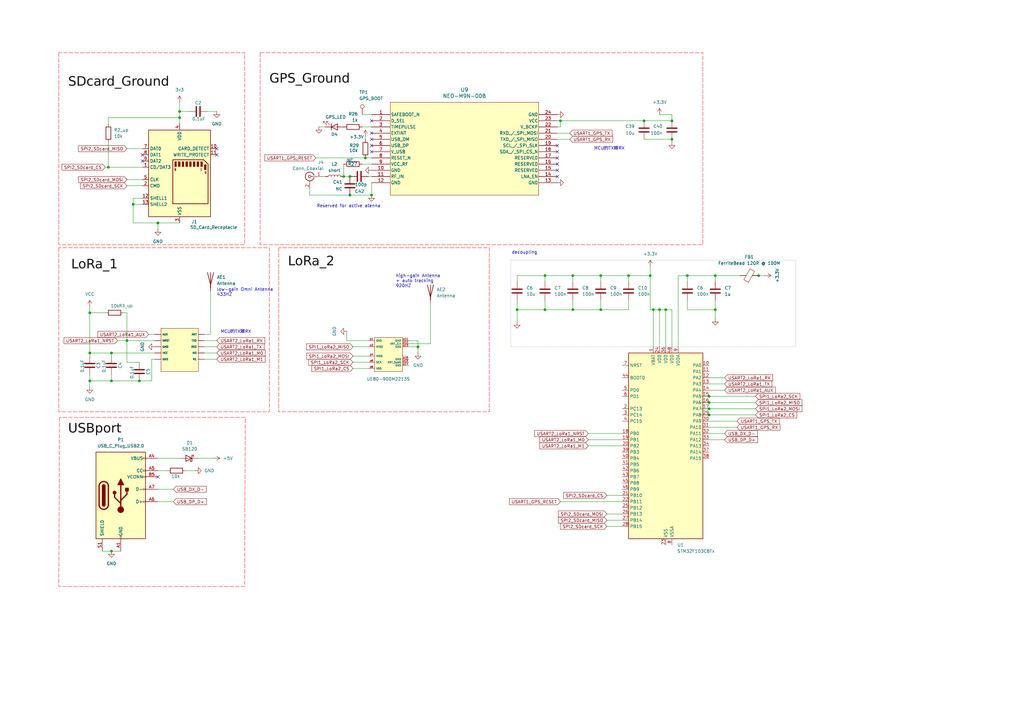
<source format=kicad_sch>
(kicad_sch (version 20250114) (generator "eeschema") (generator_version "9.0")
  (paper "A3")
  (lib_symbols
    (symbol "A_library:NEO-M9N-00B" (pin_names (offset 0.254))
      (property "Reference" "U" (at 38.1 10.16 0))
      (property "Value" "NEO-M9N-00B" (at 38.1 7.62 0))
      (symbol "NEO-M9N-00B_0_1"
        (pin unspecified line (at 0 0 0) (length 7.62) (name "SAFEBOOT_N") (number "1"))
        (pin unspecified line (at 0 -2.54 0) (length 7.62) (name "D_SEL") (number "2"))
        (pin unspecified line (at 0 -5.08 0) (length 7.62) (name "TIMEPULSE") (number "3"))
        (pin unspecified line (at 0 -7.62 0) (length 7.62) (name "EXTINT") (number "4"))
        (pin unspecified line (at 0 -10.16 0) (length 7.62) (name "USB_DM") (number "5"))
        (pin unspecified line (at 0 -12.7 0) (length 7.62) (name "USB_DP") (number "6"))
        (pin unspecified line (at 0 -15.24 0) (length 7.62) (name "V_USB") (number "7"))
        (pin unspecified line (at 0 -17.78 0) (length 7.62) (name "RESET_N") (number "8"))
        (pin power_in line (at 0 -20.32 0) (length 7.62) (name "VCC_RF") (number "9"))
        (pin power_out line (at 0 -22.86 0) (length 7.62) (name "GND") (number "10"))
        (pin unspecified line (at 0 -25.4 0) (length 7.62) (name "RF_IN") (number "11"))
        (pin power_out line (at 0 -27.94 0) (length 7.62) (name "GND") (number "12"))
        (pin power_out line (at 76.2 0 180) (length 7.62) (name "GND") (number "24"))
        (pin power_in line (at 76.2 -2.54 180) (length 7.62) (name "VCC") (number "23"))
        (pin unspecified line (at 76.2 -5.08 180) (length 7.62) (name "V_BCKP") (number "22"))
        (pin unspecified line (at 76.2 -7.62 180) (length 7.62) (name "RXD_/_SPI_MOSI") (number "21"))
        (pin unspecified line (at 76.2 -10.16 180) (length 7.62) (name "TXD_/_SPI_MISO") (number "20"))
        (pin unspecified line (at 76.2 -12.7 180) (length 7.62) (name "SCL_/_SPI_SLK") (number "19"))
        (pin unspecified line (at 76.2 -15.24 180) (length 7.62) (name "SDA_/_SPI_CS_N") (number "18"))
        (pin unspecified line (at 76.2 -17.78 180) (length 7.62) (name "RESERVED") (number "17"))
        (pin unspecified line (at 76.2 -20.32 180) (length 7.62) (name "RESERVED") (number "16"))
        (pin unspecified line (at 76.2 -22.86 180) (length 7.62) (name "RESERVED") (number "15"))
        (pin unspecified line (at 76.2 -25.4 180) (length 7.62) (name "LNA_EN") (number "14"))
        (pin power_out line (at 76.2 -27.94 180) (length 7.62) (name "GND") (number "13"))
      )
    )
    (symbol "Connector:Conn_Coaxial" (pin_names (offset 1.016) (hide yes))
      (property "Reference" "J" (at 0.254 3.048 0))
      (property "Value" "Conn_Coaxial" (at 2.921 0 90))
      (symbol "Conn_Coaxial_1_1"
        (pin passive line (at -5.08 0 0) (length 2.54) (name "In") (number "1"))
        (pin passive line (at 0 -5.08 90) (length 2.54) (name "Ext") (number "2"))
      )
    )
    (symbol "Connector:SD_Card_Receptacle"
      (property "Reference" "J" (at -11.938 19.304 0))
      (property "Value" "SD_Card_Receptacle" (at 10.922 -19.558 0))
      (symbol "SD_Card_Receptacle_1_1"
        (text "8" (at -1.778 1.524 0) (effects (font (size 0.9 0.9))))
        (text "1" (at 8.89 1.524 0) (effects (font (size 0.9 0.9))))
        (text "9" (at 10.668 0.254 0) (effects (font (size 0.9 0.9))))
        (pin bidirectional line (at -15.24 10.16 0) (length 2.54) (name "DAT0") (number "7"))
        (pin bidirectional line (at -15.24 7.62 0) (length 2.54) (name "DAT1") (number "8"))
        (pin bidirectional line (at -15.24 5.08 0) (length 2.54) (name "DAT2") (number "9"))
        (pin bidirectional line (at -15.24 2.54 0) (length 2.54) (name "CD/DAT3") (number "1"))
        (pin input line (at -15.24 -2.54 0) (length 2.54) (name "CLK") (number "5"))
        (pin bidirectional line (at -15.24 -5.08 0) (length 2.54) (name "CMD") (number "2"))
        (pin passive line (at -15.24 -10.16 0) (length 2.54) (name "SHELL1") (number "12"))
        (pin passive line (at -15.24 -12.7 0) (length 2.54) (name "SHELL2") (number "13"))
        (pin power_in line (at 0 20.32 270) (length 2.54) (name "VDD") (number "4"))
        (pin power_in line (at 0 -20.32 90) (length 2.54) (name "VSS") (number "3"))
        (pin passive line (at 0 -20.32 90) (length 2.54) (hide yes) (name "VSS") (number "6"))
        (pin output line (at 15.24 10.16 180) (length 2.54) (name "CARD_DETECT") (number "10"))
        (pin output line (at 15.24 7.62 180) (length 2.54) (name "WRITE_PROTECT") (number "11"))
      )
    )
    (symbol "Connector:TestPoint" (pin_numbers (hide yes)) (pin_names (offset 0.762) (hide yes))
      (property "Reference" "TP" (at 0 6.858 0))
      (property "Value" "TestPoint" (at 0 5.08 0))
      (symbol "TestPoint_1_1"
        (pin passive line (at 0 0 90) (length 2.54) (name "1") (number "1"))
      )
    )
    (symbol "Connector:USB_C_Plug_USB2.0" (pin_names (offset 1.016))
      (property "Reference" "P" (at -10.16 19.05 0))
      (property "Value" "USB_C_Plug_USB2.0" (at 12.7 19.05 0))
      (symbol "USB_C_Plug_USB2.0_1_1"
        (pin passive line (at -7.62 -22.86 90) (length 5.08) (name "SHIELD") (number "S1"))
        (pin passive line (at 0 -22.86 90) (length 5.08) (name "GND") (number "A1"))
        (pin passive line (at 0 -22.86 90) (length 5.08) (hide yes) (name "GND") (number "A12"))
        (pin passive line (at 0 -22.86 90) (length 5.08) (hide yes) (name "GND") (number "B1"))
        (pin passive line (at 0 -22.86 90) (length 5.08) (hide yes) (name "GND") (number "B12"))
        (pin passive line (at 15.24 15.24 180) (length 5.08) (name "VBUS") (number "A4"))
        (pin passive line (at 15.24 15.24 180) (length 5.08) (hide yes) (name "VBUS") (number "A9"))
        (pin passive line (at 15.24 15.24 180) (length 5.08) (hide yes) (name "VBUS") (number "B4"))
        (pin passive line (at 15.24 15.24 180) (length 5.08) (hide yes) (name "VBUS") (number "B9"))
        (pin bidirectional line (at 15.24 10.16 180) (length 5.08) (name "CC") (number "A5"))
        (pin bidirectional line (at 15.24 7.62 180) (length 5.08) (name "VCONN") (number "B5"))
        (pin bidirectional line (at 15.24 2.54 180) (length 5.08) (name "D-") (number "A7"))
        (pin bidirectional line (at 15.24 -2.54 180) (length 5.08) (name "D+") (number "A6"))
      )
    )
    (symbol "Device:Antenna" (pin_numbers (hide yes)) (pin_names (offset 1.016) (hide yes))
      (property "Reference" "AE" (at -1.905 1.905 0))
      (property "Value" "Antenna" (at -1.905 0 0))
      (symbol "Antenna_1_1"
        (pin input line (at 0 -5.08 90) (length 2.54) (name "A") (number "1"))
      )
    )
    (symbol "Device:C" (pin_numbers (hide yes)) (pin_names (offset 0.254))
      (property "Reference" "C" (at 0.635 2.54 0))
      (property "Value" "C" (at 0.635 -2.54 0))
      (symbol "C_1_1"
        (pin passive line (at 0 3.81 270) (length 2.794) (name "~") (number "1"))
        (pin passive line (at 0 -3.81 90) (length 2.794) (name "~") (number "2"))
      )
    )
    (symbol "Device:FerriteBead" (pin_numbers (hide yes)) (pin_names (offset 0))
      (property "Reference" "FB" (at -3.81 0.635 90))
      (property "Value" "FerriteBead" (at 3.81 0 90))
      (symbol "FerriteBead_1_1"
        (pin passive line (at 0 3.81 270) (length 2.54) (name "~") (number "1"))
        (pin passive line (at 0 -3.81 90) (length 2.54) (name "~") (number "2"))
      )
    )
    (symbol "Device:L" (pin_numbers (hide yes)) (pin_names (offset 1.016) (hide yes))
      (property "Reference" "L" (at -1.27 0 90))
      (property "Value" "L" (at 1.905 0 90))
      (symbol "L_1_1"
        (pin passive line (at 0 3.81 270) (length 1.27) (name "1") (number "1"))
        (pin passive line (at 0 -3.81 90) (length 1.27) (name "2") (number "2"))
      )
    )
    (symbol "Device:LED" (pin_numbers (hide yes)) (pin_names (offset 1.016) (hide yes))
      (property "Reference" "D" (at 0 2.54 0))
      (property "Value" "LED" (at 0 -2.54 0))
      (symbol "LED_1_1"
        (pin passive line (at -3.81 0 0) (length 2.54) (name "K") (number "1"))
        (pin passive line (at 3.81 0 180) (length 2.54) (name "A") (number "2"))
      )
    )
    (symbol "Device:R" (pin_numbers (hide yes)) (pin_names (offset 0))
      (property "Reference" "R" (at 2.032 0 90))
      (property "Value" "R" (at 0 0 90))
      (symbol "R_1_1"
        (pin passive line (at 0 3.81 270) (length 1.27) (name "~") (number "1"))
        (pin passive line (at 0 -3.81 90) (length 1.27) (name "~") (number "2"))
      )
    )
    (symbol "Diode:SB120" (pin_numbers (hide yes)) (pin_names (offset 1.016) (hide yes))
      (property "Reference" "D" (at 0 2.54 0))
      (property "Value" "SB120" (at 0 -2.54 0))
      (symbol "SB120_1_1"
        (pin passive line (at -3.81 0 0) (length 2.54) (name "K") (number "1"))
        (pin passive line (at 3.81 0 180) (length 2.54) (name "A") (number "2"))
      )
    )
    (symbol "E22-400T30S_new:E22-400T30S"
      (symbol "E22-400T30S_1_1"
        (pin input line (at 8.89 -5.08 0) (length 2.54) (name "AUX") (number ""))
        (pin input line (at 8.89 -7.62 0) (length 2.54) (name "NRST") (number ""))
        (pin input line (at 8.89 -10.16 0) (length 2.54) (name "GMD") (number ""))
        (pin input line (at 8.89 -12.7 0) (length 2.54) (name "VCC") (number ""))
        (pin input line (at 8.89 -15.24 0) (length 2.54) (name "GND") (number ""))
        (pin input line (at 29.21 -5.08 180) (length 2.54) (name "ANT") (number ""))
        (pin input line (at 29.21 -7.62 180) (length 2.54) (name "TXD") (number ""))
        (pin input line (at 29.21 -10.16 180) (length 2.54) (name "RXD") (number ""))
        (pin input line (at 29.21 -12.7 180) (length 2.54) (name "MO") (number ""))
        (pin input line (at 29.21 -15.24 180) (length 2.54) (name "M1") (number ""))
      )
    )
    (symbol "MCU_ST_STM32F1:STM32F103C8Tx"
      (property "Reference" "U" (at -15.24 39.37 0))
      (property "Value" "STM32F103C8Tx" (at 7.62 39.37 0))
      (symbol "STM32F103C8Tx_1_1"
        (pin input line (at -17.78 33.02 0) (length 2.54) (name "NRST") (number "7"))
        (pin input line (at -17.78 27.94 0) (length 2.54) (name "BOOT0") (number "44"))
        (pin bidirectional line (at -17.78 22.86 0) (length 2.54) (name "PD0") (number "5"))
        (pin bidirectional line (at -17.78 20.32 0) (length 2.54) (name "PD1") (number "6"))
        (pin bidirectional line (at -17.78 15.24 0) (length 2.54) (name "PC13") (number "2"))
        (pin bidirectional line (at -17.78 12.7 0) (length 2.54) (name "PC14") (number "3"))
        (pin bidirectional line (at -17.78 10.16 0) (length 2.54) (name "PC15") (number "4"))
        (pin bidirectional line (at -17.78 5.08 0) (length 2.54) (name "PB0") (number "18"))
        (pin bidirectional line (at -17.78 2.54 0) (length 2.54) (name "PB1") (number "19"))
        (pin bidirectional line (at -17.78 0 0) (length 2.54) (name "PB2") (number "20"))
        (pin bidirectional line (at -17.78 -2.54 0) (length 2.54) (name "PB3") (number "39"))
        (pin bidirectional line (at -17.78 -5.08 0) (length 2.54) (name "PB4") (number "40"))
        (pin bidirectional line (at -17.78 -7.62 0) (length 2.54) (name "PB5") (number "41"))
        (pin bidirectional line (at -17.78 -10.16 0) (length 2.54) (name "PB6") (number "42"))
        (pin bidirectional line (at -17.78 -12.7 0) (length 2.54) (name "PB7") (number "43"))
        (pin bidirectional line (at -17.78 -15.24 0) (length 2.54) (name "PB8") (number "45"))
        (pin bidirectional line (at -17.78 -17.78 0) (length 2.54) (name "PB9") (number "46"))
        (pin bidirectional line (at -17.78 -20.32 0) (length 2.54) (name "PB10") (number "21"))
        (pin bidirectional line (at -17.78 -22.86 0) (length 2.54) (name "PB11") (number "22"))
        (pin bidirectional line (at -17.78 -25.4 0) (length 2.54) (name "PB12") (number "25"))
        (pin bidirectional line (at -17.78 -27.94 0) (length 2.54) (name "PB13") (number "26"))
        (pin bidirectional line (at -17.78 -30.48 0) (length 2.54) (name "PB14") (number "27"))
        (pin bidirectional line (at -17.78 -33.02 0) (length 2.54) (name "PB15") (number "28"))
        (pin power_in line (at -5.08 40.64 270) (length 2.54) (name "VBAT") (number "1"))
        (pin power_in line (at -2.54 40.64 270) (length 2.54) (name "VDD") (number "24"))
        (pin power_in line (at 0 40.64 270) (length 2.54) (name "VDD") (number "36"))
        (pin power_in line (at 0 -40.64 90) (length 2.54) (name "VSS") (number "23"))
        (pin passive line (at 0 -40.64 90) (length 2.54) (hide yes) (name "VSS") (number "35"))
        (pin passive line (at 0 -40.64 90) (length 2.54) (hide yes) (name "VSS") (number "47"))
        (pin power_in line (at 2.54 40.64 270) (length 2.54) (name "VDD") (number "48"))
        (pin power_in line (at 2.54 -40.64 90) (length 2.54) (name "VSSA") (number "8"))
        (pin power_in line (at 5.08 40.64 270) (length 2.54) (name "VDDA") (number "9"))
        (pin bidirectional line (at 17.78 33.02 180) (length 2.54) (name "PA0") (number "10"))
        (pin bidirectional line (at 17.78 30.48 180) (length 2.54) (name "PA1") (number "11"))
        (pin bidirectional line (at 17.78 27.94 180) (length 2.54) (name "PA2") (number "12"))
        (pin bidirectional line (at 17.78 25.4 180) (length 2.54) (name "PA3") (number "13"))
        (pin bidirectional line (at 17.78 22.86 180) (length 2.54) (name "PA4") (number "14"))
        (pin bidirectional line (at 17.78 20.32 180) (length 2.54) (name "PA5") (number "15"))
        (pin bidirectional line (at 17.78 17.78 180) (length 2.54) (name "PA6") (number "16"))
        (pin bidirectional line (at 17.78 15.24 180) (length 2.54) (name "PA7") (number "17"))
        (pin bidirectional line (at 17.78 12.7 180) (length 2.54) (name "PA8") (number "29"))
        (pin bidirectional line (at 17.78 10.16 180) (length 2.54) (name "PA9") (number "30"))
        (pin bidirectional line (at 17.78 7.62 180) (length 2.54) (name "PA10") (number "31"))
        (pin bidirectional line (at 17.78 5.08 180) (length 2.54) (name "PA11") (number "32"))
        (pin bidirectional line (at 17.78 2.54 180) (length 2.54) (name "PA12") (number "33"))
        (pin bidirectional line (at 17.78 0 180) (length 2.54) (name "PA13") (number "34"))
        (pin bidirectional line (at 17.78 -2.54 180) (length 2.54) (name "PA14") (number "37"))
        (pin bidirectional line (at 17.78 -5.08 180) (length 2.54) (name "PA15") (number "38"))
      )
    )
    (symbol "RF_GPS:NEO-M9N"
      (property "Reference" "U" (at -13.97 21.59 0))
      (property "Value" "NEO-M9N" (at 11.43 21.59 0))
      (symbol "NEO-M9N_1_1"
        (pin bidirectional line (at -17.78 15.24 0) (length 2.54) (name "USB_DM") (number "5"))
        (pin bidirectional line (at -17.78 12.7 0) (length 2.54) (name "USB_DP") (number "6"))
        (pin output line (at -17.78 7.62 0) (length 2.54) (name "TXD/SPI_MISO") (number "20"))
        (pin input line (at -17.78 5.08 0) (length 2.54) (name "RXD/SPI_MOSI") (number "21"))
        (pin bidirectional line (at -17.78 0 0) (length 2.54) (name "SDA/~{SPI_CS}") (number "18"))
        (pin input line (at -17.78 -2.54 0) (length 2.54) (name "SCL/SPI_CLK") (number "19"))
        (pin input line (at -17.78 -7.62 0) (length 2.54) (name "EXTINT") (number "4"))
        (pin input line (at -17.78 -12.7 0) (length 2.54) (name "~{SAFEBOOT}") (number "1"))
        (pin input line (at -17.78 -15.24 0) (length 2.54) (name "~{RESET}") (number "8"))
        (pin input line (at -17.78 -17.78 0) (length 2.54) (name "D_SEL") (number "2"))
        (pin power_in line (at -5.08 22.86 270) (length 2.54) (name "VCC") (number "23"))
        (pin power_in line (at -2.54 22.86 270) (length 2.54) (name "V_BCKP") (number "22"))
        (pin power_in line (at 0 22.86 270) (length 2.54) (name "VDD_USB") (number "7"))
        (pin power_in line (at 0 -22.86 90) (length 2.54) (name "GND") (number "10"))
        (pin passive line (at 0 -22.86 90) (length 2.54) (hide yes) (name "GND") (number "12"))
        (pin passive line (at 0 -22.86 90) (length 2.54) (hide yes) (name "GND") (number "13"))
        (pin passive line (at 0 -22.86 90) (length 2.54) (hide yes) (name "GND") (number "24"))
        (pin power_out line (at 5.08 22.86 270) (length 2.54) (name "VCC_RF") (number "9"))
        (pin no_connect line (at 15.24 -10.16 180) (length 2.54) (hide yes) (name "RESERVED") (number "15"))
        (pin no_connect line (at 15.24 -12.7 180) (length 2.54) (hide yes) (name "RESERVED") (number "16"))
        (pin no_connect line (at 15.24 -15.24 180) (length 2.54) (hide yes) (name "RESERVED") (number "17"))
        (pin output line (at 17.78 5.08 180) (length 2.54) (name "LNA_EN") (number "14"))
        (pin input line (at 17.78 0 180) (length 2.54) (name "RF_IN") (number "11"))
        (pin output line (at 17.78 -7.62 180) (length 2.54) (name "TIMEPULSE") (number "3"))
      )
    )
    (symbol "_1_1"
      (property "Reference" "U" (at 0 0 0))
      (symbol "_1_1_1_1"
        (pin input line (at -6.35 -2.54 0) (length 2.54) (name "GND") (number "p1"))
        (pin input line (at -6.35 -5.08 0) (length 2.54) (name "MISO") (number "p3"))
        (pin input line (at -6.35 -8.89 0) (length 2.54) (name "MOSI") (number "p4"))
        (pin input line (at -6.35 -11.43 0) (length 2.54) (name "SCK") (number "p6"))
        (pin input line (at -6.35 -13.97 0) (length 2.54) (name "NSS") (number "p6"))
        (pin input line (at 10.16 -2.54 180) (length 2.54) (name "GND") (number "p11"))
        (pin input line (at 10.16 -3.81 180) (length 2.54) (name "ANT_2.4") (number "p12"))
        (pin input line (at 10.16 -5.08 180) (length 2.54) (name "GND") (number "p13"))
        (pin input line (at 10.16 -10.16 180) (length 2.54) (name "GND") (number "p16"))
        (pin input line (at 10.16 -11.43 180) (length 2.54) (name "ANT_SubG") (number "p15"))
        (pin input line (at 10.16 -12.7 180) (length 2.54) (name "GND") (number "p14"))
      )
    )
    (symbol "power:+3.3V" (power) (pin_numbers (hide yes)) (pin_names (offset 0) (hide yes))
      (property "Value" "+3.3V" (at 0 3.556 0))
      (symbol "+3.3V_1_1"
        (pin power_in line (at 0 0 90) (length 0) (name "~") (number "1"))
      )
    )
    (symbol "power:+3.3VA" (power) (pin_numbers (hide yes)) (pin_names (offset 0) (hide yes))
      (property "Value" "+3.3VA" (at 0 3.556 0))
      (symbol "+3.3VA_1_1"
        (pin power_in line (at 0 0 90) (length 0) (name "~") (number "1"))
      )
    )
    (symbol "power:+5V" (power) (pin_numbers (hide yes)) (pin_names (offset 0) (hide yes))
      (property "Value" "+5V" (at 0 3.556 0))
      (symbol "+5V_1_1"
        (pin power_in line (at 0 0 90) (length 0) (name "~") (number "1"))
      )
    )
    (symbol "power:GND" (power) (pin_numbers (hide yes)) (pin_names (offset 0) (hide yes))
      (property "Value" "GND" (at 0 -3.81 0))
      (symbol "GND_1_1"
        (pin power_in line (at 0 0 270) (length 0) (name "~") (number "1"))
      )
    )
    (symbol "power:VCC" (power) (pin_numbers (hide yes)) (pin_names (offset 0) (hide yes))
      (property "Value" "VCC" (at 0 3.556 0))
      (symbol "VCC_1_1"
        (pin power_in line (at 0 0 90) (length 0) (name "~") (number "1"))
      )
    )
  )
  (rectangle (start 209.55 106.68) (end 326.39 142.24) (stroke (width 0) (type dot)))
  (text "MCU的TX跟RX\n" (at 90.424 136.144 0) (effects (font (size 1.27 1.27)) (justify left)))
  (text "low-gain Omni Antenna\n433HZ\n" (at 88.9 119.888 0) (effects (font (size 1.27 1.27)) (justify left)))
  (text "decoupling" (at 215.138 103.632 0) (effects (font (size 1.27 1.27))))
  (text "Let GPS always work" (at -139.192 192.786 0) (effects (font (size 1.27 1.27)) (justify left)))
  (text "high-gain Antenna\n+ auto tracking\n920HZ\n" (at 162.306 115.316 0) (effects (font (size 1.27 1.27)) (justify left)))
  (text "Reserved for active atenna" (at 143.002 84.582 0) (effects (font (size 1.27 1.27))))
  (text "MCU的TX跟RX\n" (at 243.586 60.96 0) (effects (font (size 1.27 1.27)) (justify left)))
  (junction (at 54.61 83.82))
  (junction (at -90.17 147.32))
  (junction (at 223.52 127))
  (junction (at -90.17 140.97))
  (junction (at 45.72 226.06))
  (junction (at 281.94 113.03))
  (junction (at 275.59 57.15))
  (junction (at 73.66 48.26))
  (junction (at 293.37 127))
  (junction (at 149.86 64.77))
  (junction (at 45.72 156.21))
  (junction (at 290.83 162.56))
  (junction (at 171.45 142.24))
  (junction (at 212.09 127))
  (junction (at 293.37 113.03))
  (junction (at 246.38 127))
  (junction (at 267.97 127))
  (junction (at 73.66 45.72))
  (junction (at 246.38 113.03))
  (junction (at 45.72 144.78))
  (junction (at 266.7 113.03))
  (junction (at 234.95 113.03))
  (junction (at 275.59 49.53))
  (junction (at 143.51 80.01))
  (junction (at 273.05 127))
  (junction (at 270.51 127))
  (junction (at 140.97 72.39))
  (junction (at 36.83 128.27))
  (junction (at 234.95 127))
  (junction (at -85.09 201.93))
  (junction (at 223.52 113.03))
  (junction (at 52.07 139.7))
  (junction (at 290.83 165.1))
  (junction (at 290.83 170.18))
  (junction (at 257.81 113.03))
  (junction (at 36.83 144.78))
  (junction (at 36.83 156.21))
  (junction (at 290.83 167.64))
  (junction (at 57.15 156.21))
  (junction (at 311.15 113.03))
  (junction (at 264.16 49.53))
  (junction (at 152.4 80.01))
  (junction (at 143.51 72.39))
  (junction (at 229.87 49.53))
  (junction (at 64.77 91.44))
  (junction (at 44.45 68.58))
  (no_connect (at 88.9 63.5))
  (no_connect (at 152.4 59.69))
  (no_connect (at 228.6 64.77))
  (no_connect (at 88.9 60.96))
  (no_connect (at 58.42 66.04))
  (no_connect (at 228.6 69.85))
  (no_connect (at 58.42 63.5))
  (no_connect (at 228.6 62.23))
  (no_connect (at 152.4 62.23))
  (no_connect (at 228.6 59.69))
  (no_connect (at 64.77 195.58))
  (no_connect (at 152.4 49.53))
  (no_connect (at 228.6 72.39))
  (no_connect (at 152.4 57.15))
  (no_connect (at 152.4 54.61))
  (no_connect (at 228.6 67.31))
  (wire (pts (xy 171.45 142.24) (xy 171.45 144.78)))
  (wire (pts (xy 45.72 156.21) (xy 57.15 156.21)))
  (wire (pts (xy 144.78 142.24) (xy 151.13 142.24)))
  (wire (pts (xy 290.83 180.34) (xy 297.18 180.34)))
  (wire (pts (xy -93.98 140.97) (xy -90.17 140.97)))
  (wire (pts (xy 241.3 180.34) (xy 255.27 180.34)))
  (wire (pts (xy 151.13 139.7) (xy 142.24 139.7)))
  (wire (pts (xy 264.16 49.53) (xy 275.59 49.53)))
  (wire (pts (xy 223.52 113.03) (xy 223.52 115.57)))
  (wire (pts (xy 266.7 127) (xy 267.97 127)))
  (wire (pts (xy 52.07 76.2) (xy 58.42 76.2)))
  (wire (pts (xy 246.38 113.03) (xy 246.38 115.57)))
  (wire (pts (xy 266.7 113.03) (xy 266.7 127)))
  (wire (pts (xy 287.02 170.18) (xy 290.83 170.18)))
  (wire (pts (xy 275.59 57.15) (xy 275.59 58.42)))
  (wire (pts (xy 290.83 177.8) (xy 297.18 177.8)))
  (wire (pts (xy 64.77 205.74) (xy 71.12 205.74)))
  (wire (pts (xy 73.66 45.72) (xy 73.66 48.26)))
  (wire (pts (xy 234.95 113.03) (xy 223.52 113.03)))
  (wire (pts (xy 149.86 64.77) (xy 152.4 64.77)))
  (wire (pts (xy 266.7 109.22) (xy 266.7 113.03)))
  (wire (pts (xy 287.02 165.1) (xy 290.83 165.1)))
  (wire (pts (xy 293.37 123.19) (xy 293.37 127)))
  (wire (pts (xy -90.17 137.16) (xy -90.17 140.97)))
  (wire (pts (xy -85.09 201.93) (xy -85.09 195.58)))
  (wire (pts (xy 246.38 123.19) (xy 246.38 127)))
  (wire (pts (xy 257.81 113.03) (xy 246.38 113.03)))
  (wire (pts (xy 73.66 45.72) (xy 77.47 45.72)))
  (wire (pts (xy 143.51 80.01) (xy 152.4 80.01)))
  (wire (pts (xy 281.94 127) (xy 293.37 127)))
  (wire (pts (xy 167.64 142.24) (xy 171.45 142.24)))
  (wire (pts (xy 64.77 200.66) (xy 71.12 200.66)))
  (wire (pts (xy 264.16 57.15) (xy 275.59 57.15)))
  (wire (pts (xy 73.66 48.26) (xy 73.66 50.8)))
  (wire (pts (xy 275.59 46.99) (xy 270.51 46.99)))
  (wire (pts (xy 176.53 124.46) (xy 176.53 140.97)))
  (wire (pts (xy 152.4 74.93) (xy 152.4 80.01)))
  (wire (pts (xy 273.05 127) (xy 273.05 142.24)))
  (wire (pts (xy -134.62 190.5) (xy -102.87 190.5)))
  (wire (pts (xy 293.37 113.03) (xy 303.53 113.03)))
  (wire (pts (xy 167.64 140.97) (xy 176.53 140.97)))
  (wire (pts (xy 290.83 165.1) (xy 309.88 165.1)))
  (wire (pts (xy 76.2 193.04) (xy 80.01 193.04)))
  (wire (pts (xy 45.72 226.06) (xy 49.53 226.06)))
  (wire (pts (xy 290.83 162.56) (xy 309.88 162.56)))
  (wire (pts (xy 36.83 153.67) (xy 36.83 156.21)))
  (wire (pts (xy 36.83 125.73) (xy 36.83 128.27)))
  (wire (pts (xy 290.83 172.72) (xy 302.26 172.72)))
  (wire (pts (xy 290.83 154.94) (xy 297.18 154.94)))
  (wire (pts (xy 73.66 91.44) (xy 64.77 91.44)))
  (wire (pts (xy -134.62 147.32) (xy -90.17 147.32)))
  (wire (pts (xy 86.36 137.16) (xy 83.82 137.16)))
  (wire (pts (xy 281.94 113.03) (xy 281.94 115.57)))
  (wire (pts (xy 241.3 177.8) (xy 255.27 177.8)))
  (wire (pts (xy 64.77 193.04) (xy 68.58 193.04)))
  (wire (pts (xy 287.02 162.56) (xy 290.83 162.56)))
  (wire (pts (xy 44.45 68.58) (xy 58.42 68.58)))
  (wire (pts (xy 36.83 156.21) (xy 45.72 156.21)))
  (wire (pts (xy -134.62 182.88) (xy -134.62 147.32)))
  (wire (pts (xy 149.86 55.88) (xy 149.86 57.15)))
  (wire (pts (xy 148.59 52.07) (xy 152.4 52.07)))
  (wire (pts (xy 290.83 170.18) (xy 309.88 170.18)))
  (wire (pts (xy 144.78 148.59) (xy 151.13 148.59)))
  (wire (pts (xy 270.51 127) (xy 273.05 127)))
  (wire (pts (xy 293.37 113.03) (xy 293.37 115.57)))
  (wire (pts (xy 290.83 157.48) (xy 297.18 157.48)))
  (wire (pts (xy 52.07 73.66) (xy 58.42 73.66)))
  (wire (pts (xy 257.81 113.03) (xy 257.81 115.57)))
  (wire (pts (xy 248.92 213.36) (xy 255.27 213.36)))
  (wire (pts (xy 267.97 127) (xy 270.51 127)))
  (wire (pts (xy 151.13 72.39) (xy 152.4 72.39)))
  (wire (pts (xy 86.36 137.16) (xy 86.36 119.38)))
  (wire (pts (xy 130.81 52.07) (xy 133.35 52.07)))
  (wire (pts (xy 257.81 127) (xy 246.38 127)))
  (wire (pts (xy 223.52 113.03) (xy 212.09 113.03)))
  (wire (pts (xy 60.96 137.16) (xy 63.5 137.16)))
  (wire (pts (xy 278.13 113.03) (xy 281.94 113.03)))
  (wire (pts (xy 45.72 144.78) (xy 45.72 146.05)))
  (wire (pts (xy 142.24 139.7) (xy 142.24 135.89)))
  (wire (pts (xy 228.6 54.61) (xy 233.68 54.61)))
  (wire (pts (xy 290.83 160.02) (xy 297.18 160.02)))
  (wire (pts (xy 52.07 139.7) (xy 52.07 148.59)))
  (wire (pts (xy 234.95 127) (xy 223.52 127)))
  (wire (pts (xy 171.45 139.7) (xy 171.45 142.24)))
  (wire (pts (xy 44.45 48.26) (xy 44.45 50.8)))
  (wire (pts (xy 36.83 144.78) (xy 45.72 144.78)))
  (wire (pts (xy 52.07 139.7) (xy 63.5 139.7)))
  (wire (pts (xy 257.81 123.19) (xy 257.81 127)))
  (wire (pts (xy 246.38 127) (xy 234.95 127)))
  (wire (pts (xy -85.09 203.2) (xy -85.09 201.93)))
  (wire (pts (xy -90.17 140.97) (xy -90.17 147.32)))
  (wire (pts (xy 85.09 45.72) (xy 88.9 45.72)))
  (wire (pts (xy 273.05 127) (xy 275.59 127)))
  (wire (pts (xy 52.07 148.59) (xy 57.15 148.59)))
  (wire (pts (xy 127 80.01) (xy 127 77.47)))
  (wire (pts (xy 54.61 91.44) (xy 64.77 91.44)))
  (wire (pts (xy 290.83 167.64) (xy 309.88 167.64)))
  (wire (pts (xy 64.77 187.96) (xy 73.66 187.96)))
  (wire (pts (xy 223.52 127) (xy 212.09 127)))
  (wire (pts (xy 54.61 81.28) (xy 54.61 83.82)))
  (wire (pts (xy 144.78 151.13) (xy 151.13 151.13)))
  (wire (pts (xy 45.72 144.78) (xy 63.5 144.78)))
  (wire (pts (xy 52.07 128.27) (xy 52.07 139.7)))
  (wire (pts (xy 278.13 113.03) (xy 278.13 142.24)))
  (wire (pts (xy 287.02 167.64) (xy 290.83 167.64)))
  (wire (pts (xy 248.92 210.82) (xy 255.27 210.82)))
  (wire (pts (xy 63.5 147.32) (xy 62.23 147.32)))
  (wire (pts (xy 58.42 81.28) (xy 54.61 81.28)))
  (wire (pts (xy 281.94 113.03) (xy 293.37 113.03)))
  (wire (pts (xy 234.95 113.03) (xy 234.95 115.57)))
  (wire (pts (xy 57.15 156.21) (xy 62.23 156.21)))
  (wire (pts (xy 132.08 72.39) (xy 133.35 72.39)))
  (wire (pts (xy 36.83 128.27) (xy 36.83 144.78)))
  (wire (pts (xy 270.51 127) (xy 270.51 142.24)))
  (wire (pts (xy 229.87 205.74) (xy 255.27 205.74)))
  (wire (pts (xy 36.83 144.78) (xy 36.83 146.05)))
  (wire (pts (xy 144.78 146.05) (xy 151.13 146.05)))
  (wire (pts (xy 73.66 41.91) (xy 73.66 45.72)))
  (wire (pts (xy 290.83 175.26) (xy 302.26 175.26)))
  (wire (pts (xy 140.97 67.31) (xy 140.97 72.39)))
  (wire (pts (xy 48.26 139.7) (xy 52.07 139.7)))
  (wire (pts (xy 228.6 52.07) (xy 229.87 52.07)))
  (wire (pts (xy 234.95 123.19) (xy 234.95 127)))
  (wire (pts (xy 43.18 68.58) (xy 44.45 68.58)))
  (wire (pts (xy 83.82 139.7) (xy 88.9 139.7)))
  (wire (pts (xy 229.87 49.53) (xy 264.16 49.53)))
  (wire (pts (xy 148.59 67.31) (xy 152.4 67.31)))
  (wire (pts (xy -90.17 147.32) (xy -90.17 149.86)))
  (wire (pts (xy 281.94 123.19) (xy 281.94 127)))
  (wire (pts (xy 267.97 127) (xy 267.97 142.24)))
  (wire (pts (xy 223.52 123.19) (xy 223.52 127)))
  (wire (pts (xy 41.91 226.06) (xy 45.72 226.06)))
  (wire (pts (xy 127 80.01) (xy 143.51 80.01)))
  (wire (pts (xy 83.82 144.78) (xy 88.9 144.78)))
  (wire (pts (xy 228.6 57.15) (xy 233.68 57.15)))
  (wire (pts (xy 50.8 128.27) (xy 52.07 128.27)))
  (wire (pts (xy 148.59 46.99) (xy 152.4 46.99)))
  (wire (pts (xy 129.54 64.77) (xy 149.86 64.77)))
  (wire (pts (xy -107.95 140.97) (xy -101.6 140.97)))
  (wire (pts (xy 212.09 127) (xy 212.09 132.08)))
  (wire (pts (xy 266.7 113.03) (xy 257.81 113.03)))
  (wire (pts (xy 62.23 147.32) (xy 62.23 156.21)))
  (wire (pts (xy 248.92 203.2) (xy 255.27 203.2)))
  (wire (pts (xy 275.59 127) (xy 275.59 142.24)))
  (wire (pts (xy 36.83 128.27) (xy 43.18 128.27)))
  (wire (pts (xy 45.72 153.67) (xy 45.72 156.21)))
  (wire (pts (xy 308.61 113.03) (xy 311.15 113.03)))
  (wire (pts (xy 83.82 142.24) (xy 88.9 142.24)))
  (wire (pts (xy 167.64 139.7) (xy 171.45 139.7)))
  (wire (pts (xy 54.61 83.82) (xy 58.42 83.82)))
  (wire (pts (xy 52.07 60.96) (xy 58.42 60.96)))
  (wire (pts (xy 140.97 72.39) (xy 143.51 72.39)))
  (wire (pts (xy 248.92 215.9) (xy 255.27 215.9)))
  (wire (pts (xy 64.77 91.44) (xy 64.77 93.98)))
  (wire (pts (xy 73.66 48.26) (xy 44.45 48.26)))
  (wire (pts (xy -109.22 165.1) (xy -102.87 165.1)))
  (wire (pts (xy 228.6 49.53) (xy 229.87 49.53)))
  (wire (pts (xy 81.28 187.96) (xy 87.63 187.96)))
  (wire (pts (xy 212.09 113.03) (xy 212.09 115.57)))
  (wire (pts (xy 36.83 156.21) (xy 36.83 158.75)))
  (wire (pts (xy 229.87 52.07) (xy 229.87 49.53)))
  (wire (pts (xy 293.37 127) (xy 293.37 130.81)))
  (wire (pts (xy 311.15 113.03) (xy 313.69 113.03)))
  (wire (pts (xy 44.45 58.42) (xy 44.45 68.58)))
  (wire (pts (xy 241.3 182.88) (xy 255.27 182.88)))
  (wire (pts (xy 54.61 83.82) (xy 54.61 91.44)))
  (wire (pts (xy 246.38 113.03) (xy 234.95 113.03)))
  (wire (pts (xy 275.59 46.99) (xy 275.59 49.53)))
  (wire (pts (xy -105.41 187.96) (xy -102.87 187.96)))
  (wire (pts (xy 212.09 123.19) (xy 212.09 127)))
  (wire (pts (xy 83.82 147.32) (xy 88.9 147.32)))
  (wire (pts (xy -109.22 167.64) (xy -102.87 167.64)))
  (label "LoRa_2" (at 118.11 110.49 0) (effects (font (size 3.81 3.81))))
  (label "LoRa_1" (at 29.21 111.76 0) (effects (font (size 3.81 3.81))))
  (label "USBport" (at 27.94 179.07 0) (effects (font (size 3.81 3.81))))
  (label "GPS_Ground" (at 110.49 35.56 0) (effects (font (size 3.81 3.81))))
  (label "SDcard_Ground" (at 27.94 36.83 0) (effects (font (size 3.81 3.81))))
  (global_label "SPI2_SDcard_SCK" (shape input) (at 248.92 215.9 180) (property "Intersheetrefs" "${INTERSHEET_REFS}" (effects (hide yes))))
  (global_label "SPI1_LoRa2_CS" (shape input) (at 309.88 170.18 0) (property "Intersheetrefs" "${INTERSHEET_REFS}" (effects (hide yes))))
  (global_label "SPI2_SDcard_MOSI" (shape input) (at 52.07 73.66 180) (property "Intersheetrefs" "${INTERSHEET_REFS}" (effects (hide yes))))
  (global_label "USB_DP_D+" (shape input) (at 297.18 180.34 0) (property "Intersheetrefs" "${INTERSHEET_REFS}" (effects (hide yes))))
  (global_label "USART2_LoRa1_TX" (shape input) (at 88.9 142.24 0) (property "Intersheetrefs" "${INTERSHEET_REFS}" (effects (hide yes))))
  (global_label "SPI1_LoRa2_SCK" (shape input) (at 309.88 162.56 0) (property "Intersheetrefs" "${INTERSHEET_REFS}" (effects (hide yes))))
  (global_label "SPI1_LoRa2_MISO" (shape input) (at 144.78 142.24 180) (property "Intersheetrefs" "${INTERSHEET_REFS}" (effects (hide yes))))
  (global_label "USART1_GPS_RESET" (shape input) (at 229.87 205.74 180) (property "Intersheetrefs" "${INTERSHEET_REFS}" (effects (hide yes))))
  (global_label "SPI2_SDcard_MOSI" (shape input) (at 248.92 210.82 180) (property "Intersheetrefs" "${INTERSHEET_REFS}" (effects (hide yes))))
  (global_label "USART1_GPS_TX" (shape input) (at 302.26 172.72 0) (property "Intersheetrefs" "${INTERSHEET_REFS}" (effects (hide yes))))
  (global_label "USART2_LoRa1_M1" (shape input) (at 88.9 147.32 0) (property "Intersheetrefs" "${INTERSHEET_REFS}" (effects (hide yes))))
  (global_label "SPI2_SDcard_SCK" (shape input) (at 52.07 76.2 180) (property "Intersheetrefs" "${INTERSHEET_REFS}" (effects (hide yes))))
  (global_label "SPI2_SDcard_MISO" (shape input) (at 248.92 213.36 180) (property "Intersheetrefs" "${INTERSHEET_REFS}" (effects (hide yes))))
  (global_label "PB11_MCU_DOut" (shape input) (at -105.41 187.96 180) (property "Intersheetrefs" "${INTERSHEET_REFS}" (effects (hide yes))))
  (global_label "SPI1_LoRa2_MISO" (shape input) (at 309.88 165.1 0) (property "Intersheetrefs" "${INTERSHEET_REFS}" (effects (hide yes))))
  (global_label "USART2_LoRa1_TX" (shape input) (at 297.18 157.48 0) (property "Intersheetrefs" "${INTERSHEET_REFS}" (effects (hide yes))))
  (global_label "USB_DX_D-" (shape input) (at 297.18 177.8 0) (property "Intersheetrefs" "${INTERSHEET_REFS}" (effects (hide yes))))
  (global_label "USART2_LoRa1_RX" (shape input) (at 297.18 154.94 0) (property "Intersheetrefs" "${INTERSHEET_REFS}" (effects (hide yes))))
  (global_label "SPI2_SDcard_CS" (shape input) (at 248.92 203.2 180) (property "Intersheetrefs" "${INTERSHEET_REFS}" (effects (hide yes))))
  (global_label "USART2_LoRa1_AUX" (shape input) (at 297.18 160.02 0) (property "Intersheetrefs" "${INTERSHEET_REFS}" (effects (hide yes))))
  (global_label "SPI1_LoRa2_MOSI" (shape input) (at 144.78 146.05 180) (property "Intersheetrefs" "${INTERSHEET_REFS}" (effects (hide yes))))
  (global_label "USART2_LoRa1_M0" (shape input) (at 241.3 180.34 180) (property "Intersheetrefs" "${INTERSHEET_REFS}" (effects (hide yes))))
  (global_label "USART2_LoRa1_AUX" (shape input) (at 60.96 137.16 180) (property "Intersheetrefs" "${INTERSHEET_REFS}" (effects (hide yes))))
  (global_label "PA10_RX_MCU" (shape input) (at -109.22 165.1 180) (property "Intersheetrefs" "${INTERSHEET_REFS}" (effects (hide yes))))
  (global_label "USART2_LoRa1_NRST" (shape input) (at 48.26 139.7 180) (property "Intersheetrefs" "${INTERSHEET_REFS}" (effects (hide yes))))
  (global_label "USART1_GPS_RESET" (shape input) (at 129.54 64.77 180) (property "Intersheetrefs" "${INTERSHEET_REFS}" (effects (hide yes))))
  (global_label "USB_DX_D-" (shape input) (at 71.12 200.66 0) (property "Intersheetrefs" "${INTERSHEET_REFS}" (effects (hide yes))))
  (global_label "SPI1_LoRa2_MOSI" (shape input) (at 309.88 167.64 0) (property "Intersheetrefs" "${INTERSHEET_REFS}" (effects (hide yes))))
  (global_label "SPI2_SDcard_MISO" (shape input) (at 52.07 60.96 180) (property "Intersheetrefs" "${INTERSHEET_REFS}" (effects (hide yes))))
  (global_label "USB_DP_D+" (shape input) (at 71.12 205.74 0) (property "Intersheetrefs" "${INTERSHEET_REFS}" (effects (hide yes))))
  (global_label "USART2_LoRa1_M1" (shape input) (at 241.3 182.88 180) (property "Intersheetrefs" "${INTERSHEET_REFS}" (effects (hide yes))))
  (global_label "SPI2_SDcard_CS" (shape input) (at 43.18 68.58 180) (property "Intersheetrefs" "${INTERSHEET_REFS}" (effects (hide yes))))
  (global_label "USART2_LoRa1_NRST" (shape input) (at 241.3 177.8 180) (property "Intersheetrefs" "${INTERSHEET_REFS}" (effects (hide yes))))
  (global_label "USART1_GPS_RX" (shape input) (at 233.68 57.15 0) (property "Intersheetrefs" "${INTERSHEET_REFS}" (effects (hide yes))))
  (global_label "USART1_GPS_TX" (shape input) (at 233.68 54.61 0) (property "Intersheetrefs" "${INTERSHEET_REFS}" (effects (hide yes))))
  (global_label "SPI1_LoRa2_CS" (shape input) (at 144.78 151.13 180) (property "Intersheetrefs" "${INTERSHEET_REFS}" (effects (hide yes))))
  (global_label "SPI1_LoRa2_SCK" (shape input) (at 144.78 148.59 180) (property "Intersheetrefs" "${INTERSHEET_REFS}" (effects (hide yes))))
  (global_label "USART2_LoRa1_RX" (shape input) (at 88.9 139.7 0) (property "Intersheetrefs" "${INTERSHEET_REFS}" (effects (hide yes))))
  (global_label "USART2_LoRa1_M0" (shape input) (at 88.9 144.78 0) (property "Intersheetrefs" "${INTERSHEET_REFS}" (effects (hide yes))))
  (global_label "PA9_TX_MCU" (shape input) (at -109.22 167.64 180) (property "Intersheetrefs" "${INTERSHEET_REFS}" (effects (hide yes))))
  (global_label "USART1_GPS_RX" (shape input) (at 302.26 175.26 0) (property "Intersheetrefs" "${INTERSHEET_REFS}" (effects (hide yes))))
  (rule_area (polyline (pts (xy 114.3 101.6) (xy 114.3 168.91) (xy 200.66 168.91) (xy 200.66 101.6)) (stroke (width 0) (type dash))))
  (rule_area (polyline (pts (xy 106.68 21.59) (xy 106.68 100.33) (xy 288.29 100.33) (xy 288.29 21.59)) (stroke (width 0) (type dash))))
  (rule_area (polyline (pts (xy 24.13 21.59) (xy 24.13 100.33) (xy 100.33 100.33) (xy 100.33 21.59)) (stroke (width 0) (type dash))))
  (rule_area (polyline (pts (xy 24.13 101.6) (xy 24.13 168.91) (xy 110.49 168.91) (xy 110.49 101.6)) (stroke (width 0) (type dash))))
  (rule_area (polyline (pts (xy 24.384 171.196) (xy 24.13 240.538) (xy 100.33 240.538) (xy 100.584 171.196)) (stroke (width 0) (type dash))))
  (symbol (lib_id "power:VCC") (at 36.83 125.73 0) (unit 1)
    (property "Reference" "#PWR08" (effects (hide yes)))
    (property "Value" "VCC" (at 36.83 120.65 0))
    (property "Description" "Power symbol creates a global label with name \"VCC\"" (effects (hide yes)))
  )
  (symbol (lib_id "power:GND") (at 45.72 226.06 0) (unit 1)
    (property "Reference" "#PWR011" (effects (hide yes)))
    (property "Value" "GND" (at 45.72 231.14 0))
    (property "Description" "Power symbol creates a global label with name \"GND\" , ground" (effects (hide yes)))
  )
  (symbol (lib_id "MCU_ST_STM32F1:STM32F103C8Tx") (at 273.05 182.88 0) (unit 1)
    (property "Reference" "U1" (at 277.7333 223.52 0) (effects (justify left)))
    (property "Value" "STM32F103C8Tx" (at 277.7333 226.06 0) (effects (justify left)))
    (property "Footprint" "Package_QFP:LQFP-48_7x7mm_P0.5mm" (effects (hide yes)))
    (property "Datasheet" "https://www.st.com/resource/en/datasheet/stm32f103c8.pdf" (effects (hide yes)))
    (property "Description" "STMicroelectronics Arm Cortex-M3 MCU, 64KB flash, 20KB RAM, 72 MHz, 2.0-3.6V, 37 GPIO, LQFP48" (effects (hide yes)))
  )
  (symbol (lib_id "Device:C") (at 81.28 45.72 90) (unit 1)
    (property "Reference" "C2" (at 81.28 42.164 90))
    (property "Value" "0.1uF" (at 81.534 48.768 90))
    (property "Description" "Unpolarized capacitor" (effects (hide yes)))
  )
  (symbol (lib_id "power:GND") (at 64.77 93.98 0) (unit 1)
    (property "Reference" "#PWR04" (effects (hide yes)))
    (property "Value" "GND" (at 64.77 99.06 0))
    (property "Description" "Power symbol creates a global label with name \"GND\" , ground" (effects (hide yes)))
  )
  (symbol (lib_name "_1_1") (lib_id "LoRa2_E80-900M2213S:_1") (at 157.48 137.16 0) (unit 1)
    (property "Reference" "UE80-900M2213S" (at 159.258 155.448 0))
  )
  (symbol (lib_id "Device:C") (at 223.52 119.38 0) (unit 1)
    (property "Reference" "C7" (at 227.33 118.1099 0) (effects (justify left)))
    (property "Value" "100n" (at 227.33 120.6499 0) (effects (justify left)))
    (property "Description" "Unpolarized capacitor" (effects (hide yes)))
  )
  (symbol (lib_id "Device:Antenna") (at 176.53 119.38 0) (unit 1)
    (property "Reference" "AE2" (at 179.07 118.7449 0) (effects (justify left)))
    (property "Value" "Antenna" (at 179.07 121.2849 0) (effects (justify left)))
    (property "Description" "Antenna" (effects (hide yes)))
  )
  (symbol (lib_id "Device:C") (at 57.15 152.4 0) (unit 1)
    (property "Reference" "C5" (at 60.706 152.4 90))
    (property "Value" "0.1uF" (at 54.102 152.654 90))
    (property "Description" "Unpolarized capacitor" (effects (hide yes)))
  )
  (symbol (lib_id "Device:Antenna") (at 86.36 114.3 0) (unit 1)
    (property "Reference" "AE1" (at 88.9 113.6649 0) (effects (justify left)))
    (property "Value" "Antenna" (at 88.9 116.2049 0) (effects (justify left)))
    (property "Description" "Antenna" (effects (hide yes)))
  )
  (symbol (lib_id "Device:R") (at 46.99 128.27 90) (unit 1)
    (property "Reference" "R3_up" (at 54.356 125.476 90) (effects (justify left)))
    (property "Value" "10k" (at 49.022 125.476 90) (effects (justify left)))
    (property "Description" "Resistor" (effects (hide yes)))
  )
  (symbol (lib_id "Device:C") (at 246.38 119.38 0) (unit 1)
    (property "Reference" "C9" (at 250.19 118.1099 0) (effects (justify left)))
    (property "Value" "100n" (at 250.19 120.6499 0) (effects (justify left)))
    (property "Description" "Unpolarized capacitor" (effects (hide yes)))
  )
  (symbol (lib_id "power:+3.3VA") (at 313.69 113.03 270) (unit 1)
    (property "Reference" "#PWR017" (effects (hide yes)))
    (property "Value" "+3.3V" (at 318.77 113.03 0))
    (property "Description" "Power symbol creates a global label with name \"+3.3VA\"" (effects (hide yes)))
  )
  (symbol (lib_id "power:GND") (at -107.95 140.97 0) (unit 1)
    (property "Reference" "#PWR03" (effects (hide yes)))
    (property "Value" "GND" (at -107.95 146.05 0))
    (property "Description" "Power symbol creates a global label with name \"GND\" , ground" (effects (hide yes)))
  )
  (symbol (lib_id "power:GND") (at 36.83 158.75 0) (unit 1)
    (property "Reference" "#PWR07" (effects (hide yes)))
    (property "Value" "GND" (at 36.83 163.83 0))
    (property "Description" "Power symbol creates a global label with name \"GND\" , ground" (effects (hide yes)))
  )
  (symbol (lib_id "Device:C") (at 234.95 119.38 0) (unit 1)
    (property "Reference" "C8" (at 238.76 118.1099 0) (effects (justify left)))
    (property "Value" "100n" (at 238.76 120.6499 0) (effects (justify left)))
    (property "Description" "Unpolarized capacitor" (effects (hide yes)))
  )
  (symbol (lib_id "Connector:USB_C_Plug_USB2.0") (at 49.53 203.2 0) (unit 1)
    (property "Reference" "P1" (at 49.53 180.34 0))
    (property "Value" "USB_C_Plug_USB2.0" (at 49.53 182.88 0))
    (property "Datasheet" "https://www.usb.org/sites/default/files/documents/usb_type-c.zip" (effects (hide yes)))
    (property "Description" "USB 2.0-only Type-C Plug connector" (effects (hide yes)))
  )
  (symbol (lib_id "Device:R") (at -134.62 186.69 0) (unit 1)
    (property "Reference" "R1_up" (at -131.826 184.912 0) (effects (justify left)))
    (property "Value" "10k" (at -131.318 186.944 0) (effects (justify left)))
    (property "Description" "Resistor" (effects (hide yes)))
  )
  (symbol (lib_id "Device:C") (at 36.83 149.86 0) (unit 1)
    (property "Reference" "C3" (at 40.386 149.86 90))
    (property "Value" "0.1uF" (at 33.782 150.114 90))
    (property "Description" "Unpolarized capacitor" (effects (hide yes)))
  )
  (symbol (lib_id "Device:C") (at 143.51 76.2 0) (mirror y) (unit 1)
    (property "Reference" "C41" (at 140.462 74.676 0) (effects (justify left)))
    (property "Value" "NC" (at 140.462 77.4699 0) (effects (justify left)))
    (property "Description" "Unpolarized capacitor" (effects (hide yes)))
  )
  (symbol (lib_id "power:VCC") (at 73.66 41.91 0) (unit 1)
    (property "Reference" "#PWR06" (effects (hide yes)))
    (property "Value" "3v3" (at 73.66 36.83 0))
    (property "Description" "Power symbol creates a global label with name \"VCC\"" (effects (hide yes)))
  )
  (symbol (lib_id "power:GND") (at 130.81 52.07 0) (mirror y) (unit 1)
    (property "Reference" "#PWR064" (effects (hide yes)))
    (property "Value" "GND" (effects (hide yes)))
    (property "Description" "Power symbol creates a global label with name \"GND\" , ground" (effects (hide yes)))
  )
  (symbol (lib_id "power:GND") (at 171.45 144.78 0) (unit 1)
    (property "Reference" "#PWR010" (effects (hide yes)))
    (property "Value" "GND" (at 171.45 149.86 0))
    (property "Description" "Power symbol creates a global label with name \"GND\" , ground" (effects (hide yes)))
  )
  (symbol (lib_id "Connector:Conn_Coaxial") (at 127 72.39 0) (mirror y) (unit 1)
    (property "Reference" "J4" (at 132.842 66.548 0) (effects (justify left)))
    (property "Value" "Conn_Coaxial" (at 132.842 69.088 0) (effects (justify left)))
    (property "Description" "coaxial connector (BNC, SMA, SMB, SMC, Cinch/RCA, LEMO, ...)" (effects (hide yes)))
  )
  (symbol (lib_id "Diode:SB120") (at 77.47 187.96 0) (mirror y) (unit 1)
    (property "Reference" "D1" (at 77.7875 181.61 0))
    (property "Value" "SB120" (at 77.7875 184.15 0))
    (property "Footprint" "Diode_THT:D_DO-41_SOD81_P10.16mm_Horizontal" (effects (hide yes)))
    (property "Datasheet" "http://www.diodes.com/_files/datasheets/ds23022.pdf" (effects (hide yes)))
    (property "Description" "20V 1A Schottky Barrier Rectifier Diode, DO-41" (effects (hide yes)))
  )
  (symbol (lib_id "power:GND") (at 152.4 80.01 0) (mirror y) (unit 1)
    (property "Reference" "#PWR058" (effects (hide yes)))
    (property "Value" "GND" (effects (hide yes)))
    (property "Description" "Power symbol creates a global label with name \"GND\" , ground" (effects (hide yes)))
  )
  (symbol (lib_id "Device:C") (at 264.16 53.34 0) (mirror y) (unit 1)
    (property "Reference" "C39" (at 260.35 51.816 0) (effects (justify left)))
    (property "Value" "10u" (at 260.35 54.6099 0) (effects (justify left)))
    (property "Description" "Unpolarized capacitor" (effects (hide yes)))
  )
  (symbol (lib_id "power:GND") (at 152.4 69.85 270) (mirror x) (unit 1)
    (property "Reference" "#PWR059" (effects (hide yes)))
    (property "Value" "GND" (effects (hide yes)))
    (property "Description" "Power symbol creates a global label with name \"GND\" , ground" (effects (hide yes)))
  )
  (symbol (lib_id "E22-400T30S_new:E22-400T30S") (at 54.61 132.08 0) (unit 1)
    (property "Reference" "U2" (effects (hide yes)))
  )
  (symbol (lib_id "power:GND") (at 212.09 132.08 0) (unit 1)
    (property "Reference" "#PWR014" (effects (hide yes)))
    (property "Value" "GND" (effects (hide yes)))
    (property "Description" "Power symbol creates a global label with name \"GND\" , ground" (effects (hide yes)))
  )
  (symbol (lib_id "Device:C") (at -97.79 140.97 90) (unit 1)
    (property "Reference" "C1" (at -97.79 137.414 90))
    (property "Value" "0.1uF" (at -97.536 144.018 90))
    (property "Description" "Unpolarized capacitor" (effects (hide yes)))
  )
  (symbol (lib_id "Device:LED") (at 137.16 52.07 0) (mirror x) (unit 1)
    (property "Reference" "D4" (at 137.16 55.118 0))
    (property "Value" "GPS_LED" (at 137.668 48.006 0))
    (property "Description" "Light emitting diode" (effects (hide yes)))
    (property "Sim.Pins" "1=K 2=A" (effects (hide yes)))
  )
  (symbol (lib_id "power:+3.3V") (at 266.7 109.22 0) (unit 1)
    (property "Reference" "#PWR015" (effects (hide yes)))
    (property "Value" "+3.3V" (at 266.7 104.14 0))
    (property "Description" "Power symbol creates a global label with name \"+3.3V\"" (effects (hide yes)))
  )
  (symbol (lib_id "Device:R") (at 149.86 60.96 0) (mirror y) (unit 1)
    (property "Reference" "R29" (at 145.288 59.69 0))
    (property "Value" "10k" (at 145.034 61.722 0))
    (property "Description" "Resistor" (effects (hide yes)))
  )
  (symbol (lib_id "Device:C") (at 281.94 119.38 0) (unit 1)
    (property "Reference" "C6" (at 285.75 118.1099 0) (effects (justify left)))
    (property "Value" "100n" (at 285.75 120.6499 0) (effects (justify left)))
    (property "Description" "Unpolarized capacitor" (effects (hide yes)))
  )
  (symbol (lib_id "power:GND") (at -85.09 201.93 0) (unit 1)
    (property "Reference" "#PWR01" (effects (hide yes)))
    (property "Value" "GND" (at -85.09 207.01 0))
    (property "Description" "Power symbol creates a global label with name \"GND\" , ground" (effects (hide yes)))
  )
  (symbol (lib_id "Device:L") (at 137.16 72.39 90) (unit 1)
    (property "Reference" "L2" (at 137.16 67.31 90))
    (property "Value" "short" (at 137.16 69.85 90))
    (property "Description" "Inductor" (effects (hide yes)))
  )
  (symbol (lib_id "power:GND") (at 293.37 130.81 0) (unit 1)
    (property "Reference" "#PWR016" (effects (hide yes)))
    (property "Value" "GND" (effects (hide yes)))
    (property "Description" "Power symbol creates a global label with name \"GND\" , ground" (effects (hide yes)))
  )
  (symbol (lib_id "power:VCC") (at -90.17 137.16 0) (unit 1)
    (property "Reference" "#PWR02" (effects (hide yes)))
    (property "Value" "3v3" (at -90.17 132.08 0))
    (property "Description" "Power symbol creates a global label with name \"VCC\"" (effects (hide yes)))
  )
  (symbol (lib_id "Device:R") (at 44.45 54.61 0) (unit 1)
    (property "Reference" "R2_up" (at 46.736 53.34 0) (effects (justify left)))
    (property "Value" "10k" (at 46.736 55.88 0) (effects (justify left)))
    (property "Description" "Resistor" (effects (hide yes)))
  )
  (symbol (lib_id "Device:FerriteBead") (at 307.34 113.03 90) (unit 1)
    (property "Reference" "FB1" (at 307.2892 105.41 90))
    (property "Value" "FerriteBead 120R @ 100M" (at 307.2892 107.95 90))
    (property "Description" "Ferrite bead" (effects (hide yes)))
  )
  (symbol (lib_id "RF_GPS:NEO-M9N") (at -85.09 172.72 0) (unit 1)
    (property "Reference" "U4" (at -82.9467 195.58 0) (effects (justify left)))
    (property "Value" "NEO-M9N" (at -82.9467 198.12 0) (effects (justify left)))
    (property "Footprint" "RF_GPS:ublox_NEO" (effects (hide yes)))
    (property "Datasheet" "https://www.u-blox.com/sites/default/files/NEO-M9N-00B_DataSheet_UBX-19014285.pdf" (effects (hide yes)))
    (property "Description" "GNSS Module NEO M8, VCC 2.7V to 3.6V" (effects (hide yes)))
  )
  (symbol (lib_id "Device:C") (at 212.09 119.38 0) (unit 1)
    (property "Reference" "C6" (at 215.9 118.1099 0) (effects (justify left)))
    (property "Value" "10u" (at 215.9 120.6499 0) (effects (justify left)))
    (property "Description" "Unpolarized capacitor" (effects (hide yes)))
  )
  (symbol (lib_id "power:GND") (at 63.5 142.24 270) (unit 1)
    (property "Reference" "#PWR018" (effects (hide yes)))
    (property "Value" "GND" (at 58.42 142.24 0))
    (property "Description" "Power symbol creates a global label with name \"GND\" , ground" (effects (hide yes)))
  )
  (symbol (lib_id "power:GND") (at 88.9 45.72 0) (unit 1)
    (property "Reference" "#PWR05" (effects (hide yes)))
    (property "Value" "GND" (at 88.9 50.8 0))
    (property "Description" "Power symbol creates a global label with name \"GND\" , ground" (effects (hide yes)))
  )
  (symbol (lib_id "Connector:SD_Card_Receptacle") (at 73.66 71.12 0) (unit 1)
    (property "Reference" "J1" (at 78.486 90.932 0) (effects (justify left)))
    (property "Value" "SD_Card_Receptacle" (at 77.978 93.218 0) (effects (justify left)))
    (property "Datasheet" "http://portal.fciconnect.com/Comergent//fci/drawing/10067847.pdf" (effects (hide yes)))
    (property "Description" "SD card receptacle" (effects (hide yes)))
  )
  (symbol (lib_id "power:GND") (at 228.6 46.99 90) (mirror x) (unit 1)
    (property "Reference" "#PWR063" (effects (hide yes)))
    (property "Value" "GND" (effects (hide yes)))
    (property "Description" "Power symbol creates a global label with name \"GND\" , ground" (effects (hide yes)))
  )
  (symbol (lib_id "Device:C") (at 257.81 119.38 0) (unit 1)
    (property "Reference" "C10" (at 261.62 118.1099 0) (effects (justify left)))
    (property "Value" "100n" (at 261.62 120.6499 0) (effects (justify left)))
    (property "Description" "Unpolarized capacitor" (effects (hide yes)))
  )
  (symbol (lib_id "power:GND") (at 228.6 74.93 90) (mirror x) (unit 1)
    (property "Reference" "#PWR062" (effects (hide yes)))
    (property "Value" "GND" (effects (hide yes)))
    (property "Description" "Power symbol creates a global label with name \"GND\" , ground" (effects (hide yes)))
  )
  (symbol (lib_id "Device:C") (at 147.32 72.39 90) (mirror x) (unit 1)
    (property "Reference" "C42" (at 145.542 78.4859 90) (effects (justify right)))
    (property "Value" "100p" (at 145.542 75.692 90) (effects (justify right)))
    (property "Description" "Unpolarized capacitor" (effects (hide yes)))
  )
  (symbol (lib_id "Device:R") (at 72.39 193.04 90) (unit 1)
    (property "Reference" "R3_up1" (effects (hide yes)))
    (property "Value" "10k" (at 73.914 195.326 90) (effects (justify left)))
    (property "Description" "Resistor" (effects (hide yes)))
  )
  (symbol (lib_id "Device:C") (at 45.72 149.86 0) (unit 1)
    (property "Reference" "C4" (at 49.276 149.86 90))
    (property "Value" "0.1uF" (at 42.672 150.114 90))
    (property "Description" "Unpolarized capacitor" (effects (hide yes)))
  )
  (symbol (lib_id "Connector:TestPoint") (at 148.59 46.99 0) (unit 1)
    (property "Reference" "TP1" (at 147.32 37.846 0) (effects (justify left)))
    (property "Value" "GPS_BOOT" (at 147.32 40.386 0) (effects (justify left)))
    (property "Description" "test point" (effects (hide yes)))
  )
  (symbol (lib_id "power:GND") (at 142.24 135.89 270) (unit 1)
    (property "Reference" "#PWR09" (effects (hide yes)))
    (property "Value" "GND" (at 137.16 135.89 0))
    (property "Description" "Power symbol creates a global label with name \"GND\" , ground" (effects (hide yes)))
  )
  (symbol (lib_id "Device:C") (at 293.37 119.38 0) (unit 1)
    (property "Reference" "C7" (at 297.18 118.1099 0) (effects (justify left)))
    (property "Value" "1u" (at 297.18 120.6499 0) (effects (justify left)))
    (property "Description" "Unpolarized capacitor" (effects (hide yes)))
  )
  (symbol (lib_id "power:GND") (at 80.01 193.04 90) (unit 1)
    (property "Reference" "#PWR013" (effects (hide yes)))
    (property "Value" "GND" (at 83.82 193.0399 90) (effects (justify right)))
    (property "Description" "Power symbol creates a global label with name \"GND\" , ground" (effects (hide yes)))
  )
  (symbol (lib_id "power:+3.3V") (at 270.51 46.99 0) (mirror y) (unit 1)
    (property "Reference" "#PWR060" (effects (hide yes)))
    (property "Value" "+3.3V" (at 270.51 41.91 0))
    (property "Description" "Power symbol creates a global label with name \"+3.3V\"" (effects (hide yes)))
  )
  (symbol (lib_id "power:+3.3V") (at 149.86 55.88 0) (unit 1)
    (property "Reference" "#PWR065" (effects (hide yes)))
    (property "Value" "+3.3V" (at 146.304 56.134 0))
    (property "Description" "Power symbol creates a global label with name \"+3.3V\"" (effects (hide yes)))
  )
  (symbol (lib_id "power:GND") (at 275.59 58.42 0) (mirror y) (unit 1)
    (property "Reference" "#PWR061" (effects (hide yes)))
    (property "Value" "GND" (effects (hide yes)))
    (property "Description" "Power symbol creates a global label with name \"GND\" , ground" (effects (hide yes)))
  )
  (symbol (lib_id "power:+5V") (at 87.63 187.96 270) (unit 1)
    (property "Reference" "#PWR012" (effects (hide yes)))
    (property "Value" "+5V" (at 91.44 187.9599 90) (effects (justify left)))
    (property "Description" "Power symbol creates a global label with name \"+5V\"" (effects (hide yes)))
  )
  (symbol (lib_id "Device:R") (at 144.78 52.07 90) (mirror x) (unit 1)
    (property "Reference" "R26" (at 146.812 46.736 90) (effects (justify left)))
    (property "Value" "1k" (at 146.812 49.276 90) (effects (justify left)))
    (property "Description" "Resistor" (effects (hide yes)))
  )
  (symbol (lib_id "A_library:NEO-M9N-00B") (at 152.4 46.99 0) (unit 1)
    (property "Reference" "U9" (at 190.5 36.83 0) (effects (font (size 1.524 1.524))))
    (property "Value" "NEO-M9N-00B" (at 190.5 39.37 0) (effects (font (size 1.524 1.524))))
    (property "Footprint" "SMT_9N-00B_UBL" (effects (hide yes)))
    (property "Datasheet" "NEO-M9N-00B" (effects (hide yes)))
  )
  (symbol (lib_id "Device:R") (at 144.78 67.31 90) (mirror x) (unit 1)
    (property "Reference" "R27" (at 146.558 67.31 90) (effects (justify left)))
    (property "Value" "NC" (at 145.034 65.786 90) (effects (justify left)))
    (property "Description" "Resistor" (effects (hide yes)))
  )
  (symbol (lib_id "Device:C") (at 275.59 53.34 0) (mirror y) (unit 1)
    (property "Reference" "C40" (at 271.78 51.816 0) (effects (justify left)))
    (property "Value" "100n" (at 271.78 54.6099 0) (effects (justify left)))
    (property "Description" "Unpolarized capacitor" (effects (hide yes)))
  )
)
</source>
